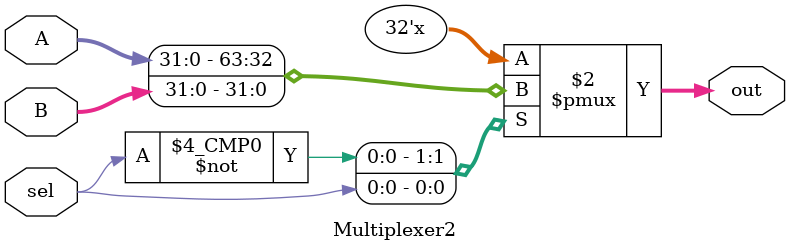
<source format=v>

module Multiplexer2(
    input  [31:0] A, 
    input  [31:0] B,
    input   sel, 
    output reg[31:0] out
);
   always @(*) begin
    case(sel)
        2'b0: out = A;
        2'b1: out = B;
    endcase
end

endmodule
</source>
